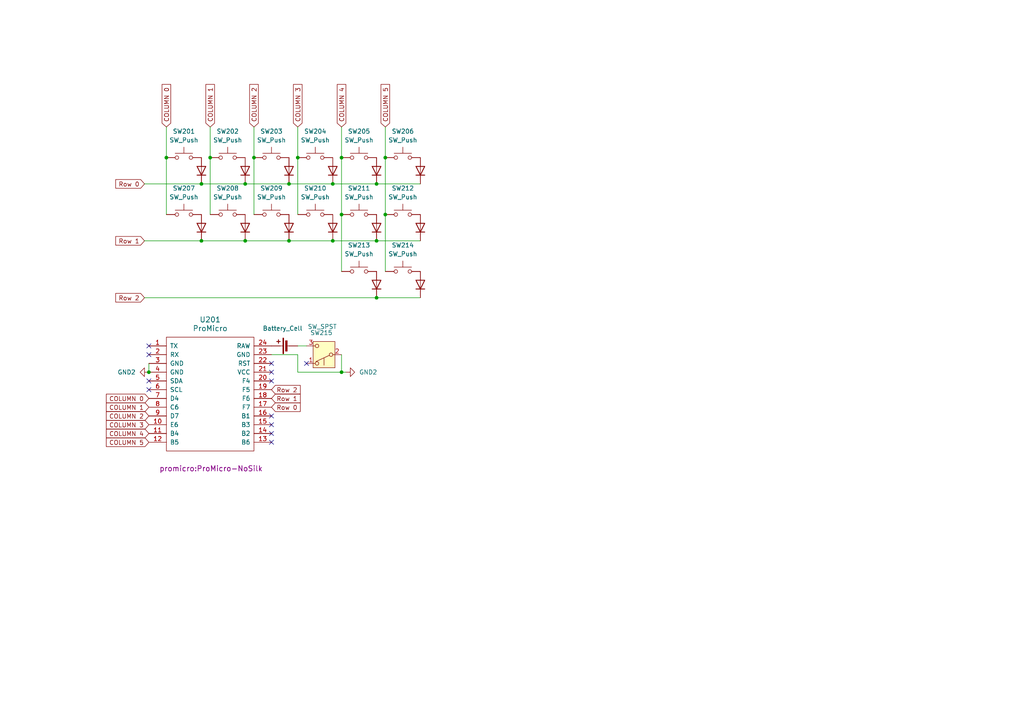
<source format=kicad_sch>
(kicad_sch (version 20231120) (generator "eeschema") (generator_version "8.0")
  (paper "A4")
  (lib_symbols
    (symbol "Device:Battery_Cell" (pin_numbers hide) (pin_names (offset 0) hide)
      (property "Reference" "BT" (at 2.54 2.54 0))
      (property "Value" "Battery_Cell" (at 2.54 0 0))
      (symbol "Battery_Cell_0_1"
        (rectangle (start -2.286 1.778) (end 2.286 1.524) (fill (type outline)))
        (rectangle (start -1.524 1.016) (end 1.524 0.508) (fill (type outline)))
        (polyline (pts (xy 0 0.762) (xy 0 0)))
        (polyline (pts (xy 0 1.778) (xy 0 2.54)))
        (polyline (pts (xy 0.762 3.048) (xy 1.778 3.048)) (stroke (width 0.254)))
        (polyline (pts (xy 1.27 3.556) (xy 1.27 2.54)) (stroke (width 0.254)))
      )
      (symbol "Battery_Cell_1_1"
        (pin passive line (at 0 5.08 270) (length 2.54) (name "+") (number "1"))
        (pin passive line (at 0 -2.54 90) (length 2.54) (name "-") (number "2"))
      )
    )
    (symbol "Device:D" (pin_numbers hide) (pin_names (offset 1.016) hide)
      (property "Reference" "D" (at 0 2.54 0))
      (property "Value" "D" (at 0 -2.54 0))
      (symbol "D_0_1"
        (polyline (pts (xy -1.27 1.27) (xy -1.27 -1.27)) (stroke (width 0.254)))
        (polyline (pts (xy 1.27 0) (xy -1.27 0)))
        (polyline (pts (xy 1.27 1.27) (xy 1.27 -1.27) (xy -1.27 0) (xy 1.27 1.27)) (stroke (width 0.254)))
      )
      (symbol "D_1_1"
        (pin passive line (at -3.81 0 0) (length 2.54) (name "K") (number "1"))
        (pin passive line (at 3.81 0 180) (length 2.54) (name "A") (number "2"))
      )
    )
    (symbol "Switch:SW_Push" (pin_numbers hide) (pin_names (offset 1.016) hide)
      (property "Reference" "SW" (at 1.27 2.54 0))
      (property "Value" "SW_Push" (at 0 -1.524 0))
      (symbol "SW_Push_0_1"
        (circle (center -2.032 0) (radius 0.508))
        (polyline (pts (xy 0 1.27) (xy 0 3.048)))
        (polyline (pts (xy 2.54 1.27) (xy -2.54 1.27)))
        (circle (center 2.032 0) (radius 0.508))
        (pin passive line (at -5.08 0 0) (length 2.54) (name "1") (number "1"))
        (pin passive line (at 5.08 0 180) (length 2.54) (name "2") (number "2"))
      )
    )
    (symbol "Switch:SW_Push_SPDT" (pin_names (offset 0) hide)
      (property "Reference" "SW" (at 0 5.08 0))
      (property "Value" "SW_Push_SPDT" (at 0 -5.08 0))
      (symbol "SW_Push_SPDT_0_0"
        (circle (center -2.032 0) (radius 0.508))
        (polyline (pts (xy 0 1.016) (xy 0 3.048)))
        (circle (center 2.032 -2.54) (radius 0.508))
      )
      (symbol "SW_Push_SPDT_0_1"
        (polyline (pts (xy -1.524 0.2032) (xy 2.3368 1.9812)))
        (circle (center 2.032 2.54) (radius 0.508))
      )
      (symbol "SW_Push_SPDT_1_1"
        (rectangle (start -3.175 3.81) (end 3.175 -3.81) (fill (type background)))
        (pin passive line (at 5.08 2.54 180) (length 2.54) (name "A") (number "1"))
        (pin passive line (at -5.08 0 0) (length 2.54) (name "B") (number "2"))
        (pin passive line (at 5.08 -2.54 180) (length 2.54) (name "C") (number "3"))
      )
    )
    (symbol "power:GND2" (power) (pin_numbers hide) (pin_names (offset 0) hide)
      (property "Value" "GND2" (at 0 -3.81 0))
      (symbol "GND2_0_1"
        (polyline (pts (xy 0 0) (xy 0 -1.27) (xy 1.27 -1.27) (xy 0 -2.54) (xy -1.27 -1.27) (xy 0 -1.27)))
      )
      (symbol "GND2_1_1"
        (pin power_in line (at 0 0 270) (length 0) (name "~") (number "1"))
      )
    )
    (symbol "promicro:ProMicro" (pin_names (offset 1.016))
      (property "Reference" "U" (at 0 24.13 0))
      (property "Value" "ProMicro" (at 0 -13.97 0))
      (symbol "ProMicro_0_1"
        (rectangle (start -12.7 21.59) (end 12.7 -11.43))
      )
      (symbol "ProMicro_1_1"
        (pin bidirectional line (at -17.78 19.05 0) (length 5.08) (name "TX") (number "1"))
        (pin bidirectional line (at -17.78 -3.81 0) (length 5.08) (name "E6") (number "10"))
        (pin bidirectional line (at -17.78 -6.35 0) (length 5.08) (name "B4") (number "11"))
        (pin bidirectional line (at -17.78 -8.89 0) (length 5.08) (name "B5") (number "12"))
        (pin bidirectional line (at 17.78 -8.89 180) (length 5.08) (name "B6") (number "13"))
        (pin bidirectional line (at 17.78 -6.35 180) (length 5.08) (name "B2") (number "14"))
        (pin bidirectional line (at 17.78 -3.81 180) (length 5.08) (name "B3") (number "15"))
        (pin bidirectional line (at 17.78 -1.27 180) (length 5.08) (name "B1") (number "16"))
        (pin bidirectional line (at 17.78 1.27 180) (length 5.08) (name "F7") (number "17"))
        (pin bidirectional line (at 17.78 3.81 180) (length 5.08) (name "F6") (number "18"))
        (pin bidirectional line (at 17.78 6.35 180) (length 5.08) (name "F5") (number "19"))
        (pin bidirectional line (at -17.78 16.51 0) (length 5.08) (name "RX") (number "2"))
        (pin bidirectional line (at 17.78 8.89 180) (length 5.08) (name "F4") (number "20"))
        (pin power_in line (at 17.78 11.43 180) (length 5.08) (name "VCC") (number "21"))
        (pin input line (at 17.78 13.97 180) (length 5.08) (name "RST") (number "22"))
        (pin power_in line (at 17.78 16.51 180) (length 5.08) (name "GND") (number "23"))
        (pin power_out line (at 17.78 19.05 180) (length 5.08) (name "RAW") (number "24"))
        (pin power_in line (at -17.78 13.97 0) (length 5.08) (name "GND") (number "3"))
        (pin power_in line (at -17.78 11.43 0) (length 5.08) (name "GND") (number "4"))
        (pin bidirectional line (at -17.78 8.89 0) (length 5.08) (name "SDA") (number "5"))
        (pin bidirectional line (at -17.78 6.35 0) (length 5.08) (name "SCL") (number "6"))
        (pin bidirectional line (at -17.78 3.81 0) (length 5.08) (name "D4") (number "7"))
        (pin bidirectional line (at -17.78 1.27 0) (length 5.08) (name "C6") (number "8"))
        (pin bidirectional line (at -17.78 -1.27 0) (length 5.08) (name "D7") (number "9"))
      )
    )
  )
  (junction (at 111.76 45.72))
  (junction (at 83.82 69.85))
  (junction (at 71.12 69.85))
  (junction (at 60.96 45.72))
  (junction (at 99.06 62.23))
  (junction (at 109.22 86.36))
  (junction (at 96.52 53.34))
  (junction (at 99.06 45.72))
  (junction (at 99.06 107.95))
  (junction (at 43.18 107.95))
  (junction (at 73.66 45.72))
  (junction (at 48.26 45.72))
  (junction (at 111.76 62.23))
  (junction (at 109.22 53.34))
  (junction (at 58.42 69.85))
  (junction (at 86.36 45.72))
  (junction (at 83.82 53.34))
  (junction (at 109.22 69.85))
  (junction (at 71.12 53.34))
  (junction (at 58.42 53.34))
  (junction (at 96.52 69.85))
  (no_connect (at 43.18 113.03))
  (no_connect (at 43.18 110.49))
  (no_connect (at 78.74 107.95))
  (no_connect (at 78.74 125.73))
  (no_connect (at 88.9 105.41))
  (no_connect (at 78.74 123.19))
  (no_connect (at 78.74 128.27))
  (no_connect (at 43.18 102.87))
  (no_connect (at 78.74 120.65))
  (no_connect (at 78.74 110.49))
  (no_connect (at 78.74 105.41))
  (no_connect (at 43.18 100.33))
  (wire (pts (xy 41.91 53.34) (xy 58.42 53.34)))
  (wire (pts (xy 73.66 36.83) (xy 73.66 45.72)))
  (wire (pts (xy 86.36 107.95) (xy 99.06 107.95)))
  (wire (pts (xy 60.96 45.72) (xy 60.96 62.23)))
  (wire (pts (xy 86.36 36.83) (xy 86.36 45.72)))
  (wire (pts (xy 111.76 36.83) (xy 111.76 45.72)))
  (wire (pts (xy 111.76 45.72) (xy 111.76 62.23)))
  (wire (pts (xy 99.06 36.83) (xy 99.06 45.72)))
  (wire (pts (xy 71.12 53.34) (xy 83.82 53.34)))
  (wire (pts (xy 48.26 45.72) (xy 48.26 62.23)))
  (wire (pts (xy 86.36 102.87) (xy 86.36 107.95)))
  (wire (pts (xy 41.91 86.36) (xy 109.22 86.36)))
  (wire (pts (xy 58.42 69.85) (xy 71.12 69.85)))
  (wire (pts (xy 60.96 36.83) (xy 60.96 45.72)))
  (wire (pts (xy 99.06 45.72) (xy 99.06 62.23)))
  (wire (pts (xy 73.66 45.72) (xy 73.66 62.23)))
  (wire (pts (xy 96.52 69.85) (xy 109.22 69.85)))
  (wire (pts (xy 43.18 105.41) (xy 43.18 107.95)))
  (wire (pts (xy 109.22 53.34) (xy 121.92 53.34)))
  (wire (pts (xy 83.82 53.34) (xy 96.52 53.34)))
  (wire (pts (xy 99.06 107.95) (xy 99.06 102.87)))
  (wire (pts (xy 83.82 69.85) (xy 96.52 69.85)))
  (wire (pts (xy 48.26 36.83) (xy 48.26 45.72)))
  (wire (pts (xy 99.06 62.23) (xy 99.06 78.74)))
  (wire (pts (xy 109.22 69.85) (xy 121.92 69.85)))
  (wire (pts (xy 96.52 53.34) (xy 109.22 53.34)))
  (wire (pts (xy 86.36 45.72) (xy 86.36 62.23)))
  (wire (pts (xy 111.76 62.23) (xy 111.76 78.74)))
  (wire (pts (xy 58.42 53.34) (xy 71.12 53.34)))
  (wire (pts (xy 78.74 102.87) (xy 86.36 102.87)))
  (wire (pts (xy 71.12 69.85) (xy 83.82 69.85)))
  (wire (pts (xy 41.91 69.85) (xy 58.42 69.85)))
  (wire (pts (xy 109.22 86.36) (xy 121.92 86.36)))
  (wire (pts (xy 88.9 100.33) (xy 86.36 100.33)))
  (wire (pts (xy 100.33 107.95) (xy 99.06 107.95)))
  (global_label "Row 1" (shape input) (at 41.91 69.85 180) (property "Intersheetrefs" "${INTERSHEET_REFS}" (effects (hide yes))))
  (global_label "COLUMN 5" (shape input) (at 43.18 128.27 180) (property "Intersheetrefs" "${INTERSHEET_REFS}" (effects (hide yes))))
  (global_label "COLUMN 3" (shape input) (at 43.18 123.19 180) (property "Intersheetrefs" "${INTERSHEET_REFS}" (effects (hide yes))))
  (global_label "COLUMN 3" (shape input) (at 86.36 36.83 90) (property "Intersheetrefs" "${INTERSHEET_REFS}" (effects (hide yes))))
  (global_label "COLUMN 2" (shape input) (at 43.18 120.65 180) (property "Intersheetrefs" "${INTERSHEET_REFS}" (effects (hide yes))))
  (global_label "COLUMN 0" (shape input) (at 43.18 115.57 180) (property "Intersheetrefs" "${INTERSHEET_REFS}" (effects (hide yes))))
  (global_label "COLUMN 1" (shape input) (at 43.18 118.11 180) (property "Intersheetrefs" "${INTERSHEET_REFS}" (effects (hide yes))))
  (global_label "Row 2" (shape input) (at 78.74 113.03 0) (property "Intersheetrefs" "${INTERSHEET_REFS}" (effects (hide yes))))
  (global_label "COLUMN 1" (shape input) (at 60.96 36.83 90) (property "Intersheetrefs" "${INTERSHEET_REFS}" (effects (hide yes))))
  (global_label "Row 0" (shape input) (at 78.74 118.11 0) (property "Intersheetrefs" "${INTERSHEET_REFS}" (effects (hide yes))))
  (global_label "Row 1" (shape input) (at 78.74 115.57 0) (property "Intersheetrefs" "${INTERSHEET_REFS}" (effects (hide yes))))
  (global_label "COLUMN 0" (shape input) (at 48.26 36.83 90) (property "Intersheetrefs" "${INTERSHEET_REFS}" (effects (hide yes))))
  (global_label "COLUMN 4" (shape input) (at 99.06 36.83 90) (property "Intersheetrefs" "${INTERSHEET_REFS}" (effects (hide yes))))
  (global_label "Row 0" (shape input) (at 41.91 53.34 180) (property "Intersheetrefs" "${INTERSHEET_REFS}" (effects (hide yes))))
  (global_label "Row 2" (shape input) (at 41.91 86.36 180) (property "Intersheetrefs" "${INTERSHEET_REFS}" (effects (hide yes))))
  (global_label "COLUMN 2" (shape input) (at 73.66 36.83 90) (property "Intersheetrefs" "${INTERSHEET_REFS}" (effects (hide yes))))
  (global_label "COLUMN 4" (shape input) (at 43.18 125.73 180) (property "Intersheetrefs" "${INTERSHEET_REFS}" (effects (hide yes))))
  (global_label "COLUMN 5" (shape input) (at 111.76 36.83 90) (property "Intersheetrefs" "${INTERSHEET_REFS}" (effects (hide yes))))
  (symbol (lib_id "power:GND2") (at 43.18 107.95 270) (unit 1)
    (property "Reference" "#PWR0204" (effects (hide yes)))
    (property "Value" "GND2" (at 39.37 107.9499 90) (effects (justify right)))
    (property "Description" "Power symbol creates a global label with name \"GND2\" , ground" (effects (hide yes)))
  )
  (symbol (lib_id "Device:D") (at 121.92 49.53 90) (unit 1)
    (property "Reference" "D206" (effects (hide yes)))
    (property "Value" "D" (effects (hide yes)))
    (property "Footprint" "1N4148W:SOD3716X145N" (effects (hide yes)))
    (property "Description" "DIODE GEN PURP 100V 300MA SOD123" (effects (hide yes)))
    (property "Sim.Device" "D" (effects (hide yes)))
    (property "Sim.Pins" "1=K 2=A" (effects (hide yes)))
    (property "Manufacturing Part" "1N4148W-7-F" (effects (hide yes)))
    (property "DigiKey" "1N4148W-FDICT-ND" (effects (hide yes)))
  )
  (symbol (lib_id "Device:D") (at 96.52 66.04 90) (unit 1)
    (property "Reference" "D210" (effects (hide yes)))
    (property "Value" "D" (effects (hide yes)))
    (property "Footprint" "1N4148W:SOD3716X145N" (effects (hide yes)))
    (property "Description" "DIODE GEN PURP 100V 300MA SOD123" (effects (hide yes)))
    (property "Sim.Device" "D" (effects (hide yes)))
    (property "Sim.Pins" "1=K 2=A" (effects (hide yes)))
    (property "Manufacturing Part" "1N4148W-7-F" (effects (hide yes)))
    (property "DigiKey" "1N4148W-FDICT-ND" (effects (hide yes)))
  )
  (symbol (lib_id "Device:D") (at 83.82 66.04 90) (unit 1)
    (property "Reference" "D209" (effects (hide yes)))
    (property "Value" "D" (effects (hide yes)))
    (property "Footprint" "1N4148W:SOD3716X145N" (effects (hide yes)))
    (property "Description" "DIODE GEN PURP 100V 300MA SOD123" (effects (hide yes)))
    (property "Sim.Device" "D" (effects (hide yes)))
    (property "Sim.Pins" "1=K 2=A" (effects (hide yes)))
    (property "Manufacturing Part" "1N4148W-7-F" (effects (hide yes)))
    (property "DigiKey" "1N4148W-FDICT-ND" (effects (hide yes)))
  )
  (symbol (lib_id "Switch:SW_Push") (at 91.44 45.72 0) (unit 1)
    (property "Reference" "SW204" (at 91.44 38.1 0))
    (property "Value" "SW_Push" (at 91.44 40.64 0))
    (property "Footprint" "PCM_Switch_Keyboard_Hotswap_Kailh:SW_Hotswap_Kailh_Choc_V1" (effects (hide yes)))
    (property "Description" "Push button switch, generic, two pins" (effects (hide yes)))
  )
  (symbol (lib_id "Device:D") (at 121.92 82.55 90) (unit 1)
    (property "Reference" "D214" (effects (hide yes)))
    (property "Value" "D" (effects (hide yes)))
    (property "Footprint" "1N4148W:SOD3716X145N" (effects (hide yes)))
    (property "Description" "DIODE GEN PURP 100V 300MA SOD123" (effects (hide yes)))
    (property "Sim.Device" "D" (effects (hide yes)))
    (property "Sim.Pins" "1=K 2=A" (effects (hide yes)))
    (property "Manufacturing Part" "1N4148W-7-F" (effects (hide yes)))
    (property "DigiKey" "1N4148W-FDICT-ND" (effects (hide yes)))
  )
  (symbol (lib_id "promicro:ProMicro") (at 60.96 119.38 0) (unit 1)
    (property "Reference" "U201" (at 60.96 92.71 0) (effects (font (size 1.524 1.524))))
    (property "Value" "ProMicro" (at 60.96 95.25 0) (effects (font (size 1.524 1.524))))
    (property "Footprint" "promicro:ProMicro-NoSilk" (at 61.214 135.89 0) (effects (font (size 1.524 1.524))))
  )
  (symbol (lib_id "Switch:SW_Push") (at 66.04 45.72 0) (unit 1)
    (property "Reference" "SW202" (at 66.04 38.1 0))
    (property "Value" "SW_Push" (at 66.04 40.64 0))
    (property "Footprint" "PCM_Switch_Keyboard_Hotswap_Kailh:SW_Hotswap_Kailh_Choc_V1" (effects (hide yes)))
    (property "Description" "Push button switch, generic, two pins" (effects (hide yes)))
  )
  (symbol (lib_id "Switch:SW_Push") (at 78.74 62.23 0) (unit 1)
    (property "Reference" "SW209" (at 78.74 54.61 0))
    (property "Value" "SW_Push" (at 78.74 57.15 0))
    (property "Footprint" "PCM_Switch_Keyboard_Hotswap_Kailh:SW_Hotswap_Kailh_Choc_V1" (effects (hide yes)))
    (property "Description" "Push button switch, generic, two pins" (effects (hide yes)))
  )
  (symbol (lib_id "Switch:SW_Push") (at 104.14 62.23 0) (unit 1)
    (property "Reference" "SW211" (at 104.14 54.61 0))
    (property "Value" "SW_Push" (at 104.14 57.15 0))
    (property "Footprint" "PCM_Switch_Keyboard_Hotswap_Kailh:SW_Hotswap_Kailh_Choc_V1" (effects (hide yes)))
    (property "Description" "Push button switch, generic, two pins" (effects (hide yes)))
  )
  (symbol (lib_id "Device:D") (at 109.22 66.04 90) (unit 1)
    (property "Reference" "D211" (effects (hide yes)))
    (property "Value" "D" (effects (hide yes)))
    (property "Footprint" "1N4148W:SOD3716X145N" (effects (hide yes)))
    (property "Description" "DIODE GEN PURP 100V 300MA SOD123" (effects (hide yes)))
    (property "Sim.Device" "D" (effects (hide yes)))
    (property "Sim.Pins" "1=K 2=A" (effects (hide yes)))
    (property "Manufacturing Part" "1N4148W-7-F" (effects (hide yes)))
    (property "DigiKey" "1N4148W-FDICT-ND" (effects (hide yes)))
  )
  (symbol (lib_id "Device:D") (at 96.52 49.53 90) (unit 1)
    (property "Reference" "D204" (effects (hide yes)))
    (property "Value" "D" (effects (hide yes)))
    (property "Footprint" "1N4148W:SOD3716X145N" (effects (hide yes)))
    (property "Description" "DIODE GEN PURP 100V 300MA SOD123" (effects (hide yes)))
    (property "Sim.Device" "D" (effects (hide yes)))
    (property "Sim.Pins" "1=K 2=A" (effects (hide yes)))
    (property "Manufacturing Part" "1N4148W-7-F" (effects (hide yes)))
    (property "DigiKey" "1N4148W-FDICT-ND" (effects (hide yes)))
  )
  (symbol (lib_id "Device:D") (at 58.42 66.04 90) (unit 1)
    (property "Reference" "D207" (effects (hide yes)))
    (property "Value" "D" (effects (hide yes)))
    (property "Footprint" "1N4148W:SOD3716X145N" (effects (hide yes)))
    (property "Description" "DIODE GEN PURP 100V 300MA SOD123" (effects (hide yes)))
    (property "Sim.Device" "D" (effects (hide yes)))
    (property "Sim.Pins" "1=K 2=A" (effects (hide yes)))
    (property "Manufacturing Part" "1N4148W-7-F" (effects (hide yes)))
    (property "DigiKey" "1N4148W-FDICT-ND" (effects (hide yes)))
  )
  (symbol (lib_id "Switch:SW_Push_SPDT") (at 93.98 102.87 180) (unit 1)
    (property "Reference" "SW215" (at 93.218 96.52 0))
    (property "Value" "SW_SPST" (at 93.472 94.742 0))
    (property "Footprint" "Button_Switch_SMD:SW_SPDT_PCM12" (effects (hide yes)))
    (property "Description" "Momentary Switch, single pole double throw" (effects (hide yes)))
    (property "LCSC Part" "C431540" (effects (hide yes)))
    (property "Manufacturer Part" "MSK12C02" (effects (hide yes)))
    (property "JLC Part" "C431540" (effects (hide yes)))
  )
  (symbol (lib_id "Switch:SW_Push") (at 116.84 45.72 0) (unit 1)
    (property "Reference" "SW206" (at 116.84 38.1 0))
    (property "Value" "SW_Push" (at 116.84 40.64 0))
    (property "Footprint" "PCM_Switch_Keyboard_Hotswap_Kailh:SW_Hotswap_Kailh_Choc_V1" (effects (hide yes)))
    (property "Description" "Push button switch, generic, two pins" (effects (hide yes)))
  )
  (symbol (lib_id "Switch:SW_Push") (at 53.34 45.72 0) (unit 1)
    (property "Reference" "SW201" (at 53.34 38.1 0))
    (property "Value" "SW_Push" (at 53.34 40.64 0))
    (property "Footprint" "PCM_Switch_Keyboard_Hotswap_Kailh:SW_Hotswap_Kailh_Choc_V1" (effects (hide yes)))
    (property "Description" "Push button switch, generic, two pins" (effects (hide yes)))
  )
  (symbol (lib_id "Device:D") (at 121.92 66.04 90) (unit 1)
    (property "Reference" "D212" (effects (hide yes)))
    (property "Value" "D" (effects (hide yes)))
    (property "Footprint" "1N4148W:SOD3716X145N" (effects (hide yes)))
    (property "Description" "DIODE GEN PURP 100V 300MA SOD123" (effects (hide yes)))
    (property "Sim.Device" "D" (effects (hide yes)))
    (property "Sim.Pins" "1=K 2=A" (effects (hide yes)))
    (property "Manufacturing Part" "1N4148W-7-F" (effects (hide yes)))
    (property "DigiKey" "1N4148W-FDICT-ND" (effects (hide yes)))
  )
  (symbol (lib_id "Switch:SW_Push") (at 78.74 45.72 0) (unit 1)
    (property "Reference" "SW203" (at 78.74 38.1 0))
    (property "Value" "SW_Push" (at 78.74 40.64 0))
    (property "Footprint" "PCM_Switch_Keyboard_Hotswap_Kailh:SW_Hotswap_Kailh_Choc_V1" (effects (hide yes)))
    (property "Description" "Push button switch, generic, two pins" (effects (hide yes)))
  )
  (symbol (lib_id "Switch:SW_Push") (at 66.04 62.23 0) (unit 1)
    (property "Reference" "SW208" (at 66.04 54.61 0))
    (property "Value" "SW_Push" (at 66.04 57.15 0))
    (property "Footprint" "PCM_Switch_Keyboard_Hotswap_Kailh:SW_Hotswap_Kailh_Choc_V1" (effects (hide yes)))
    (property "Description" "Push button switch, generic, two pins" (effects (hide yes)))
  )
  (symbol (lib_id "Switch:SW_Push") (at 53.34 62.23 0) (unit 1)
    (property "Reference" "SW207" (at 53.34 54.61 0))
    (property "Value" "SW_Push" (at 53.34 57.15 0))
    (property "Footprint" "PCM_Switch_Keyboard_Hotswap_Kailh:SW_Hotswap_Kailh_Choc_V1" (effects (hide yes)))
    (property "Description" "Push button switch, generic, two pins" (effects (hide yes)))
  )
  (symbol (lib_id "Device:D") (at 58.42 49.53 90) (unit 1)
    (property "Reference" "D201" (effects (hide yes)))
    (property "Value" "D" (effects (hide yes)))
    (property "Footprint" "1N4148W:SOD3716X145N" (effects (hide yes)))
    (property "Description" "DIODE GEN PURP 100V 300MA SOD123" (effects (hide yes)))
    (property "Sim.Device" "D" (effects (hide yes)))
    (property "Sim.Pins" "1=K 2=A" (effects (hide yes)))
    (property "Manufacturing Part" "1N4148W-7-F" (effects (hide yes)))
    (property "DigiKey" "1N4148W-FDICT-ND" (effects (hide yes)))
  )
  (symbol (lib_id "power:GND2") (at 100.33 107.95 90) (unit 1)
    (property "Reference" "#PWR0201" (effects (hide yes)))
    (property "Value" "GND2" (at 104.14 107.9499 90) (effects (justify right)))
    (property "Description" "Power symbol creates a global label with name \"GND2\" , ground" (effects (hide yes)))
  )
  (symbol (lib_id "Device:D") (at 71.12 49.53 90) (unit 1)
    (property "Reference" "D202" (effects (hide yes)))
    (property "Value" "D" (effects (hide yes)))
    (property "Footprint" "1N4148W:SOD3716X145N" (effects (hide yes)))
    (property "Description" "DIODE GEN PURP 100V 300MA SOD123" (effects (hide yes)))
    (property "Sim.Device" "D" (effects (hide yes)))
    (property "Sim.Pins" "1=K 2=A" (effects (hide yes)))
    (property "Manufacturing Part" "1N4148W-7-F" (effects (hide yes)))
    (property "DigiKey" "1N4148W-FDICT-ND" (effects (hide yes)))
  )
  (symbol (lib_id "Device:D") (at 71.12 66.04 90) (unit 1)
    (property "Reference" "D208" (effects (hide yes)))
    (property "Value" "D" (effects (hide yes)))
    (property "Footprint" "1N4148W:SOD3716X145N" (effects (hide yes)))
    (property "Description" "DIODE GEN PURP 100V 300MA SOD123" (effects (hide yes)))
    (property "Sim.Device" "D" (effects (hide yes)))
    (property "Sim.Pins" "1=K 2=A" (effects (hide yes)))
    (property "Manufacturing Part" "1N4148W-7-F" (effects (hide yes)))
    (property "DigiKey" "1N4148W-FDICT-ND" (effects (hide yes)))
  )
  (symbol (lib_id "Switch:SW_Push") (at 91.44 62.23 0) (unit 1)
    (property "Reference" "SW210" (at 91.44 54.61 0))
    (property "Value" "SW_Push" (at 91.44 57.15 0))
    (property "Footprint" "PCM_Switch_Keyboard_Hotswap_Kailh:SW_Hotswap_Kailh_Choc_V1" (effects (hide yes)))
    (property "Description" "Push button switch, generic, two pins" (effects (hide yes)))
  )
  (symbol (lib_id "Device:Battery_Cell") (at 83.82 100.33 90) (unit 1)
    (property "Reference" "BT201" (effects (hide yes)))
    (property "Value" "Battery_Cell" (at 81.9785 95.25 90))
    (property "Footprint" "TestPoint:TestPoint_Bridge_Pitch5.08mm_Drill0.7mm" (effects (hide yes)))
    (property "Description" "Single-cell battery" (effects (hide yes)))
  )
  (symbol (lib_id "Device:D") (at 83.82 49.53 90) (unit 1)
    (property "Reference" "D203" (effects (hide yes)))
    (property "Value" "D" (effects (hide yes)))
    (property "Footprint" "1N4148W:SOD3716X145N" (effects (hide yes)))
    (property "Description" "DIODE GEN PURP 100V 300MA SOD123" (effects (hide yes)))
    (property "Sim.Device" "D" (effects (hide yes)))
    (property "Sim.Pins" "1=K 2=A" (effects (hide yes)))
    (property "Manufacturing Part" "1N4148W-7-F" (effects (hide yes)))
    (property "DigiKey" "1N4148W-FDICT-ND" (effects (hide yes)))
  )
  (symbol (lib_id "Switch:SW_Push") (at 116.84 78.74 0) (unit 1)
    (property "Reference" "SW214" (at 116.84 71.12 0))
    (property "Value" "SW_Push" (at 116.84 73.66 0))
    (property "Footprint" "PCM_Switch_Keyboard_Hotswap_Kailh:SW_Hotswap_Kailh_Choc_V1" (effects (hide yes)))
    (property "Description" "Push button switch, generic, two pins" (effects (hide yes)))
  )
  (symbol (lib_id "Switch:SW_Push") (at 116.84 62.23 0) (unit 1)
    (property "Reference" "SW212" (at 116.84 54.61 0))
    (property "Value" "SW_Push" (at 116.84 57.15 0))
    (property "Footprint" "PCM_Switch_Keyboard_Hotswap_Kailh:SW_Hotswap_Kailh_Choc_V1" (effects (hide yes)))
    (property "Description" "Push button switch, generic, two pins" (effects (hide yes)))
  )
  (symbol (lib_id "Switch:SW_Push") (at 104.14 45.72 0) (unit 1)
    (property "Reference" "SW205" (at 104.14 38.1 0))
    (property "Value" "SW_Push" (at 104.14 40.64 0))
    (property "Footprint" "PCM_Switch_Keyboard_Hotswap_Kailh:SW_Hotswap_Kailh_Choc_V1" (effects (hide yes)))
    (property "Description" "Push button switch, generic, two pins" (effects (hide yes)))
  )
  (symbol (lib_id "Switch:SW_Push") (at 104.14 78.74 0) (unit 1)
    (property "Reference" "SW213" (at 104.14 71.12 0))
    (property "Value" "SW_Push" (at 104.14 73.66 0))
    (property "Footprint" "PCM_Switch_Keyboard_Hotswap_Kailh:SW_Hotswap_Kailh_Choc_V1" (effects (hide yes)))
    (property "Description" "Push button switch, generic, two pins" (effects (hide yes)))
  )
  (symbol (lib_id "Device:D") (at 109.22 82.55 90) (unit 1)
    (property "Reference" "D213" (effects (hide yes)))
    (property "Value" "D" (effects (hide yes)))
    (property "Footprint" "1N4148W:SOD3716X145N" (effects (hide yes)))
    (property "Description" "DIODE GEN PURP 100V 300MA SOD123" (effects (hide yes)))
    (property "Sim.Device" "D" (effects (hide yes)))
    (property "Sim.Pins" "1=K 2=A" (effects (hide yes)))
    (property "Manufacturing Part" "1N4148W-7-F" (effects (hide yes)))
    (property "DigiKey" "1N4148W-FDICT-ND" (effects (hide yes)))
  )
  (symbol (lib_id "Device:D") (at 109.22 49.53 90) (unit 1)
    (property "Reference" "D205" (effects (hide yes)))
    (property "Value" "D" (effects (hide yes)))
    (property "Footprint" "1N4148W:SOD3716X145N" (effects (hide yes)))
    (property "Description" "DIODE GEN PURP 100V 300MA SOD123" (effects (hide yes)))
    (property "Sim.Device" "D" (effects (hide yes)))
    (property "Sim.Pins" "1=K 2=A" (effects (hide yes)))
    (property "Manufacturing Part" "1N4148W-7-F" (effects (hide yes)))
    (property "DigiKey" "1N4148W-FDICT-ND" (effects (hide yes)))
  )
)
</source>
